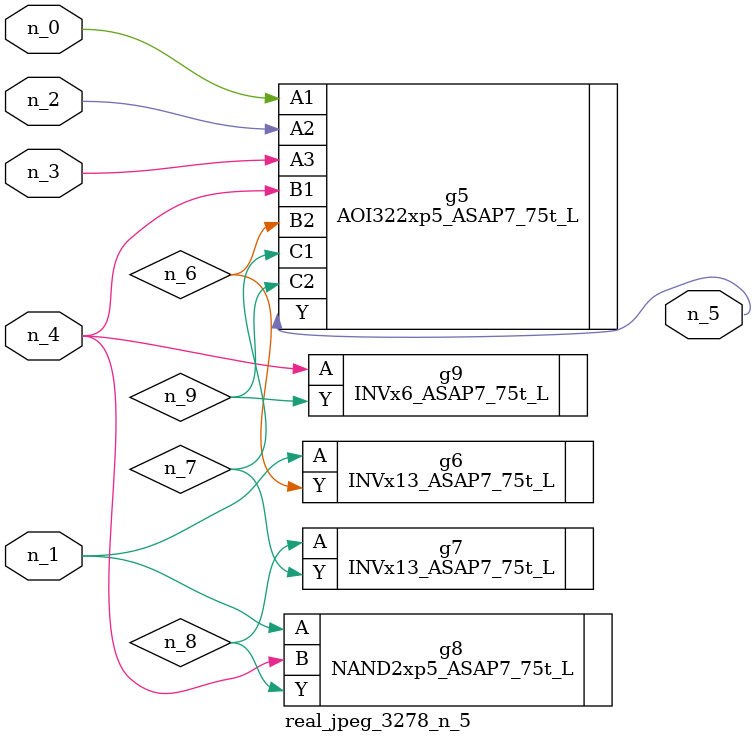
<source format=v>
module real_jpeg_3278_n_5 (n_4, n_0, n_1, n_2, n_3, n_5);

input n_4;
input n_0;
input n_1;
input n_2;
input n_3;

output n_5;

wire n_8;
wire n_6;
wire n_7;
wire n_9;

AOI322xp5_ASAP7_75t_L g5 ( 
.A1(n_0),
.A2(n_2),
.A3(n_3),
.B1(n_4),
.B2(n_6),
.C1(n_7),
.C2(n_9),
.Y(n_5)
);

INVx13_ASAP7_75t_L g6 ( 
.A(n_1),
.Y(n_6)
);

NAND2xp5_ASAP7_75t_L g8 ( 
.A(n_1),
.B(n_4),
.Y(n_8)
);

INVx6_ASAP7_75t_L g9 ( 
.A(n_4),
.Y(n_9)
);

INVx13_ASAP7_75t_L g7 ( 
.A(n_8),
.Y(n_7)
);


endmodule
</source>
